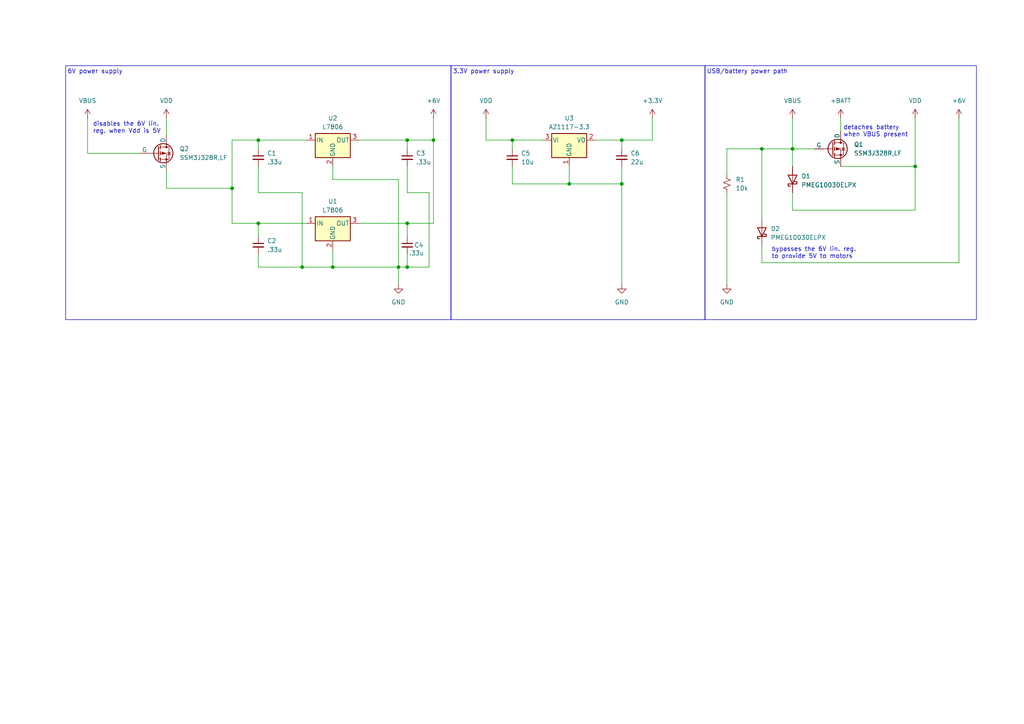
<source format=kicad_sch>
(kicad_sch (version 20250114) (generator "eeschema") (generator_version "9.0")
  (paper "A4")
  (title_block (title "Power Subsystem") (date "2025-10-30") (rev "v2") (company "Team 6.7 MHz"))
  (lib_symbols
    (symbol "Device:C_Small" (pin_numbers (hide yes)) (pin_names (offset 0.254) (hide yes))
      (property "Reference" "C" (at 0.254 1.778 0))
      (property "Value" "C_Small" (at 0.254 -2.032 0))
      (symbol "C_Small_0_1"
        (polyline (pts (xy -1.524 0.508) (xy 1.524 0.508)) (stroke (width 0.3048)))
        (polyline (pts (xy -1.524 -0.508) (xy 1.524 -0.508)) (stroke (width 0.3302)))
      )
      (symbol "C_Small_1_1"
        (pin passive line (at 0 2.54 270) (length 2.032) (name "~") (number "1"))
        (pin passive line (at 0 -2.54 90) (length 2.032) (name "~") (number "2"))
      )
    )
    (symbol "Device:D_Schottky" (pin_numbers (hide yes)) (pin_names (offset 1.016) (hide yes))
      (property "Reference" "D" (at 0 2.54 0))
      (property "Value" "D_Schottky" (at 0 -2.54 0))
      (symbol "D_Schottky_0_1"
        (polyline (pts (xy -1.905 0.635) (xy -1.905 1.27) (xy -1.27 1.27) (xy -1.27 -1.27) (xy -0.635 -1.27) (xy -0.635 -0.635)) (stroke (width 0.254)))
        (polyline (pts (xy 1.27 1.27) (xy 1.27 -1.27) (xy -1.27 0) (xy 1.27 1.27)) (stroke (width 0.254)))
        (polyline (pts (xy 1.27 0) (xy -1.27 0)))
      )
      (symbol "D_Schottky_1_1"
        (pin passive line (at -3.81 0 0) (length 2.54) (name "K") (number "1"))
        (pin passive line (at 3.81 0 180) (length 2.54) (name "A") (number "2"))
      )
    )
    (symbol "Device:R_Small_US" (pin_numbers (hide yes)) (pin_names (offset 0.254) (hide yes))
      (property "Reference" "R" (at 0.762 0.508 0))
      (property "Value" "R_Small_US" (at 0.762 -1.016 0))
      (symbol "R_Small_US_1_1"
        (polyline (pts (xy 0 1.524) (xy 1.016 1.143) (xy 0 0.762) (xy -1.016 0.381) (xy 0 0)))
        (polyline (pts (xy 0 0) (xy 1.016 -0.381) (xy 0 -0.762) (xy -1.016 -1.143) (xy 0 -1.524)))
        (pin passive line (at 0 2.54 270) (length 1.016) (name "~") (number "1"))
        (pin passive line (at 0 -2.54 90) (length 1.016) (name "~") (number "2"))
      )
    )
    (symbol "Regulator_Linear:AZ1117-3.3" (pin_names (offset 0.254))
      (property "Reference" "U" (at -3.81 3.175 0))
      (property "Value" "AZ1117-3.3" (at 0 3.175 0))
      (symbol "AZ1117-3.3_0_1"
        (rectangle (start -5.08 1.905) (end 5.08 -5.08) (stroke (width 0.254)) (fill (type background)))
      )
      (symbol "AZ1117-3.3_1_1"
        (pin power_in line (at -7.62 0 0) (length 2.54) (name "VI") (number "3"))
        (pin power_in line (at 0 -7.62 90) (length 2.54) (name "GND") (number "1"))
        (pin power_out line (at 7.62 0 180) (length 2.54) (name "VO") (number "2"))
      )
    )
    (symbol "Regulator_Linear:L7806" (pin_names (offset 0.254))
      (property "Reference" "U" (at -3.81 3.175 0))
      (property "Value" "L7806" (at 0 3.175 0))
      (symbol "L7806_0_1"
        (rectangle (start -5.08 1.905) (end 5.08 -5.08) (stroke (width 0.254)) (fill (type background)))
      )
      (symbol "L7806_1_1"
        (pin power_in line (at -7.62 0 0) (length 2.54) (name "IN") (number "1"))
        (pin power_in line (at 0 -7.62 90) (length 2.54) (name "GND") (number "2"))
        (pin power_out line (at 7.62 0 180) (length 2.54) (name "OUT") (number "3"))
      )
    )
    (symbol "Simulation_SPICE:PMOS" (pin_numbers (hide yes)) (pin_names (offset 0))
      (property "Reference" "Q" (at 5.08 1.27 0))
      (property "Value" "PMOS" (at 5.08 -1.27 0))
      (symbol "PMOS_0_1"
        (polyline (pts (xy 0.254 1.905) (xy 0.254 -1.905)) (stroke (width 0.254)))
        (polyline (pts (xy 0.254 0) (xy -2.54 0)))
        (polyline (pts (xy 0.762 2.286) (xy 0.762 1.27)) (stroke (width 0.254)))
        (polyline (pts (xy 0.762 1.778) (xy 3.302 1.778) (xy 3.302 -1.778) (xy 0.762 -1.778)))
        (polyline (pts (xy 0.762 0.508) (xy 0.762 -0.508)) (stroke (width 0.254)))
        (polyline (pts (xy 0.762 -1.27) (xy 0.762 -2.286)) (stroke (width 0.254)))
        (circle (center 1.651 0) (radius 2.794) (stroke (width 0.254)))
        (polyline (pts (xy 2.286 0) (xy 1.27 0.381) (xy 1.27 -0.381) (xy 2.286 0)) (fill (type outline)))
        (polyline (pts (xy 2.54 2.54) (xy 2.54 1.778)))
        (circle (center 2.54 1.778) (radius 0.254) (fill (type outline)))
        (circle (center 2.54 -1.778) (radius 0.254) (fill (type outline)))
        (polyline (pts (xy 2.54 -2.54) (xy 2.54 0) (xy 0.762 0)))
        (polyline (pts (xy 2.794 -0.508) (xy 2.921 -0.381) (xy 3.683 -0.381) (xy 3.81 -0.254)))
        (polyline (pts (xy 3.302 -0.381) (xy 2.921 0.254) (xy 3.683 0.254) (xy 3.302 -0.381)))
      )
      (symbol "PMOS_1_1"
        (pin input line (at -5.08 0 0) (length 2.54) (name "G") (number "2"))
        (pin passive line (at 2.54 5.08 270) (length 2.54) (name "D") (number "1"))
        (pin passive line (at 2.54 -5.08 90) (length 2.54) (name "S") (number "3"))
      )
    )
    (symbol "power:+3.3V" (power) (pin_numbers (hide yes)) (pin_names (offset 0) (hide yes))
      (property "Value" "+3.3V" (at 0 3.556 0))
      (symbol "+3.3V_0_1"
        (polyline (pts (xy -0.762 1.27) (xy 0 2.54)))
        (polyline (pts (xy 0 2.54) (xy 0.762 1.27)))
        (polyline (pts (xy 0 0) (xy 0 2.54)))
      )
      (symbol "+3.3V_1_1"
        (pin power_in line (at 0 0 90) (length 0) (name "~") (number "1"))
      )
    )
    (symbol "power:+6V" (power) (pin_numbers (hide yes)) (pin_names (offset 0) (hide yes))
      (property "Value" "+6V" (at 0 3.556 0))
      (symbol "+6V_0_1"
        (polyline (pts (xy -0.762 1.27) (xy 0 2.54)))
        (polyline (pts (xy 0 2.54) (xy 0.762 1.27)))
        (polyline (pts (xy 0 0) (xy 0 2.54)))
      )
      (symbol "+6V_1_1"
        (pin power_in line (at 0 0 90) (length 0) (name "~") (number "1"))
      )
    )
    (symbol "power:+BATT" (power) (pin_numbers (hide yes)) (pin_names (offset 0) (hide yes))
      (property "Value" "+BATT" (at 0 3.556 0))
      (symbol "+BATT_0_1"
        (polyline (pts (xy -0.762 1.27) (xy 0 2.54)))
        (polyline (pts (xy 0 2.54) (xy 0.762 1.27)))
        (polyline (pts (xy 0 0) (xy 0 2.54)))
      )
      (symbol "+BATT_1_1"
        (pin power_in line (at 0 0 90) (length 0) (name "~") (number "1"))
      )
    )
    (symbol "power:GND" (power) (pin_numbers (hide yes)) (pin_names (offset 0) (hide yes))
      (property "Value" "GND" (at 0 -3.81 0))
      (symbol "GND_0_1"
        (polyline (pts (xy 0 0) (xy 0 -1.27) (xy 1.27 -1.27) (xy 0 -2.54) (xy -1.27 -1.27) (xy 0 -1.27)))
      )
      (symbol "GND_1_1"
        (pin power_in line (at 0 0 270) (length 0) (name "~") (number "1"))
      )
    )
    (symbol "power:VBUS" (power) (pin_numbers (hide yes)) (pin_names (offset 0) (hide yes))
      (property "Value" "VBUS" (at 0 3.556 0))
      (symbol "VBUS_0_1"
        (polyline (pts (xy -0.762 1.27) (xy 0 2.54)))
        (polyline (pts (xy 0 2.54) (xy 0.762 1.27)))
        (polyline (pts (xy 0 0) (xy 0 2.54)))
      )
      (symbol "VBUS_1_1"
        (pin power_in line (at 0 0 90) (length 0) (name "~") (number "1"))
      )
    )
    (symbol "power:VDD" (power) (pin_numbers (hide yes)) (pin_names (offset 0) (hide yes))
      (property "Value" "VDD" (at 0 3.556 0))
      (symbol "VDD_0_1"
        (polyline (pts (xy -0.762 1.27) (xy 0 2.54)))
        (polyline (pts (xy 0 2.54) (xy 0.762 1.27)))
        (polyline (pts (xy 0 0) (xy 0 2.54)))
      )
      (symbol "VDD_1_1"
        (pin power_in line (at 0 0 90) (length 0) (name "~") (number "1"))
      )
    )
  )
  (rectangle (start 130.81 19.05) (end 204.47 92.71))
  (rectangle (start 19.05 19.05) (end 130.81 92.71))
  (rectangle (start 204.47 19.05) (end 283.21 92.71))
  (text "3.3V power supply\n" (at 131.318 20.828 0) (effects (font (size 1.27 1.27)) (justify left)))
  (text "detaches battery\nwhen VBUS present" (at 244.602 38.1 0) (effects (font (size 1.27 1.27)) (justify left)))
  (text "USB/battery power path" (at 204.978 20.828 0) (effects (font (size 1.27 1.27)) (justify left)))
  (text "disables the 6V lin. \nreg. when Vdd is 5V" (at 26.924 37.084 0) (effects (font (size 1.27 1.27)) (justify left)))
  (text "bypasses the 6V lin. reg.\nto provide 5V to motors" (at 223.774 73.406 0) (effects (font (size 1.27 1.27)) (justify left)))
  (text "6V power supply" (at 19.558 20.828 0) (effects (font (size 1.27 1.27)) (justify left)))
  (junction (at 118.11 77.47))
  (junction (at 180.34 53.34))
  (junction (at 125.73 40.64))
  (junction (at 118.11 64.77))
  (junction (at 96.52 77.47))
  (junction (at 265.43 48.26))
  (junction (at 229.87 43.18))
  (junction (at 180.34 40.64))
  (junction (at 87.63 77.47))
  (junction (at 74.93 40.64))
  (junction (at 115.57 77.47))
  (junction (at 148.59 40.64))
  (junction (at 74.93 64.77))
  (junction (at 220.98 43.18))
  (junction (at 118.11 40.64))
  (junction (at 165.1 53.34))
  (junction (at 67.31 54.61))
  (wire (pts (xy 180.34 48.26) (xy 180.34 53.34)))
  (wire (pts (xy 87.63 77.47) (xy 96.52 77.47)))
  (wire (pts (xy 118.11 64.77) (xy 125.73 64.77)))
  (wire (pts (xy 172.72 40.64) (xy 180.34 40.64)))
  (wire (pts (xy 210.82 43.18) (xy 210.82 50.8)))
  (wire (pts (xy 180.34 40.64) (xy 189.23 40.64)))
  (wire (pts (xy 74.93 55.88) (xy 87.63 55.88)))
  (wire (pts (xy 229.87 60.96) (xy 265.43 60.96)))
  (wire (pts (xy 118.11 77.47) (xy 115.57 77.47)))
  (wire (pts (xy 148.59 53.34) (xy 148.59 48.26)))
  (wire (pts (xy 189.23 34.29) (xy 189.23 40.64)))
  (wire (pts (xy 118.11 55.88) (xy 124.46 55.88)))
  (wire (pts (xy 118.11 73.66) (xy 118.11 77.47)))
  (wire (pts (xy 243.84 48.26) (xy 265.43 48.26)))
  (wire (pts (xy 118.11 48.26) (xy 118.11 55.88)))
  (wire (pts (xy 124.46 77.47) (xy 118.11 77.47)))
  (wire (pts (xy 74.93 77.47) (xy 87.63 77.47)))
  (wire (pts (xy 125.73 40.64) (xy 118.11 40.64)))
  (wire (pts (xy 87.63 55.88) (xy 87.63 77.47)))
  (wire (pts (xy 88.9 64.77) (xy 74.93 64.77)))
  (wire (pts (xy 229.87 55.88) (xy 229.87 60.96)))
  (wire (pts (xy 104.14 64.77) (xy 118.11 64.77)))
  (wire (pts (xy 165.1 53.34) (xy 148.59 53.34)))
  (wire (pts (xy 236.22 43.18) (xy 229.87 43.18)))
  (wire (pts (xy 74.93 64.77) (xy 74.93 68.58)))
  (wire (pts (xy 220.98 76.2) (xy 278.13 76.2)))
  (wire (pts (xy 148.59 40.64) (xy 148.59 43.18)))
  (wire (pts (xy 96.52 72.39) (xy 96.52 77.47)))
  (wire (pts (xy 74.93 48.26) (xy 74.93 55.88)))
  (wire (pts (xy 96.52 77.47) (xy 115.57 77.47)))
  (wire (pts (xy 148.59 40.64) (xy 140.97 40.64)))
  (wire (pts (xy 157.48 40.64) (xy 148.59 40.64)))
  (wire (pts (xy 220.98 43.18) (xy 210.82 43.18)))
  (wire (pts (xy 74.93 40.64) (xy 88.9 40.64)))
  (wire (pts (xy 115.57 52.07) (xy 115.57 77.47)))
  (wire (pts (xy 67.31 54.61) (xy 67.31 40.64)))
  (wire (pts (xy 180.34 53.34) (xy 165.1 53.34)))
  (wire (pts (xy 48.26 34.29) (xy 48.26 39.37)))
  (wire (pts (xy 118.11 64.77) (xy 118.11 68.58)))
  (wire (pts (xy 96.52 48.26) (xy 96.52 52.07)))
  (wire (pts (xy 165.1 48.26) (xy 165.1 53.34)))
  (wire (pts (xy 48.26 54.61) (xy 67.31 54.61)))
  (wire (pts (xy 74.93 64.77) (xy 67.31 64.77)))
  (wire (pts (xy 115.57 77.47) (xy 115.57 82.55)))
  (wire (pts (xy 124.46 55.88) (xy 124.46 77.47)))
  (wire (pts (xy 74.93 73.66) (xy 74.93 77.47)))
  (wire (pts (xy 125.73 64.77) (xy 125.73 40.64)))
  (wire (pts (xy 25.4 34.29) (xy 25.4 44.45)))
  (wire (pts (xy 243.84 34.29) (xy 243.84 38.1)))
  (wire (pts (xy 229.87 43.18) (xy 229.87 34.29)))
  (wire (pts (xy 118.11 40.64) (xy 104.14 40.64)))
  (wire (pts (xy 125.73 34.29) (xy 125.73 40.64)))
  (wire (pts (xy 220.98 71.12) (xy 220.98 76.2)))
  (wire (pts (xy 180.34 53.34) (xy 180.34 82.55)))
  (wire (pts (xy 210.82 55.88) (xy 210.82 82.55)))
  (wire (pts (xy 74.93 40.64) (xy 74.93 43.18)))
  (wire (pts (xy 25.4 44.45) (xy 40.64 44.45)))
  (wire (pts (xy 180.34 40.64) (xy 180.34 43.18)))
  (wire (pts (xy 140.97 34.29) (xy 140.97 40.64)))
  (wire (pts (xy 278.13 34.29) (xy 278.13 76.2)))
  (wire (pts (xy 229.87 43.18) (xy 229.87 48.26)))
  (wire (pts (xy 67.31 40.64) (xy 74.93 40.64)))
  (wire (pts (xy 96.52 52.07) (xy 115.57 52.07)))
  (wire (pts (xy 118.11 40.64) (xy 118.11 43.18)))
  (wire (pts (xy 67.31 64.77) (xy 67.31 54.61)))
  (wire (pts (xy 48.26 49.53) (xy 48.26 54.61)))
  (wire (pts (xy 220.98 43.18) (xy 220.98 63.5)))
  (wire (pts (xy 265.43 48.26) (xy 265.43 34.29)))
  (wire (pts (xy 229.87 43.18) (xy 220.98 43.18)))
  (wire (pts (xy 265.43 60.96) (xy 265.43 48.26)))
  (symbol (lib_id "power:+6V") (at 125.73 34.29 0) (unit 1)
    (property "Reference" "#PWR02" (effects (hide yes)))
    (property "Value" "+6V" (at 125.73 29.21 0))
    (property "Description" "Power symbol creates a global label with name \"+6V\"" (effects (hide yes)))
  )
  (symbol (lib_id "power:+3.3V") (at 189.23 34.29 0) (unit 1)
    (property "Reference" "#PWR05" (effects (hide yes)))
    (property "Value" "+3.3V" (at 189.23 29.21 0))
    (property "Description" "Power symbol creates a global label with name \"+3.3V\"" (effects (hide yes)))
  )
  (symbol (lib_id "Device:C_Small") (at 118.11 45.72 0) (unit 1)
    (property "Reference" "C3" (at 120.65 44.4562 0) (effects (justify left)))
    (property "Value" ".33u" (at 120.65 46.9962 0) (effects (justify left)))
    (property "Footprint" "Capacitor_SMD:C_1206_3216Metric" (effects (hide yes)))
    (property "Description" "Unpolarized capacitor, small symbol" (effects (hide yes)))
  )
  (symbol (lib_id "Regulator_Linear:L7806") (at 96.52 64.77 0) (unit 1)
    (property "Reference" "U1" (at 96.52 58.42 0))
    (property "Value" "L7806" (at 96.52 60.96 0))
    (property "Footprint" "Package_TO_SOT_SMD:TO-263-2" (effects (hide yes)))
    (property "Datasheet" "http://www.st.com/content/ccc/resource/technical/document/datasheet/41/4f/b3/b0/12/d4/47/88/CD00000444.pdf/files/CD00000444.pdf/jcr:content/translations/en.CD00000444.pdf" (effects (hide yes)))
    (property "Description" "Positive 1.5A 35V Linear Regulator, Fixed Output 6V, TO-220/TO-263/TO-252" (effects (hide yes)))
  )
  (symbol (lib_id "power:GND") (at 180.34 82.55 0) (unit 1)
    (property "Reference" "#PWR06" (effects (hide yes)))
    (property "Value" "GND" (at 180.34 87.63 0))
    (property "Description" "Power symbol creates a global label with name \"GND\" , ground" (effects (hide yes)))
  )
  (symbol (lib_id "Device:D_Schottky") (at 220.98 67.31 90) (unit 1)
    (property "Reference" "D2" (at 223.52 66.3574 90) (effects (justify right)))
    (property "Value" "PMEG10030ELPX" (at 223.52 68.8974 90) (effects (justify right)))
    (property "Footprint" "Diode_SMD:D_SOD-128" (effects (hide yes)))
    (property "Description" "Schottky diode" (effects (hide yes)))
  )
  (symbol (lib_id "power:VDD") (at 265.43 34.29 0) (unit 1)
    (property "Reference" "#PWR04" (effects (hide yes)))
    (property "Value" "VDD" (at 265.43 29.21 0))
    (property "Description" "Power symbol creates a global label with name \"VDD\"" (effects (hide yes)))
  )
  (symbol (lib_id "power:GND") (at 210.82 82.55 0) (unit 1)
    (property "Reference" "#PWR010" (effects (hide yes)))
    (property "Value" "GND" (at 210.82 87.63 0))
    (property "Description" "Power symbol creates a global label with name \"GND\" , ground" (effects (hide yes)))
  )
  (symbol (lib_id "power:VDD") (at 140.97 34.29 0) (unit 1)
    (property "Reference" "#PWR03" (effects (hide yes)))
    (property "Value" "VDD" (at 140.97 29.21 0))
    (property "Description" "Power symbol creates a global label with name \"VDD\"" (effects (hide yes)))
  )
  (symbol (lib_id "Regulator_Linear:AZ1117-3.3") (at 165.1 40.64 0) (unit 1)
    (property "Reference" "U3" (at 165.1 34.29 0))
    (property "Value" "AZ1117-3.3" (at 165.1 36.83 0))
    (property "Footprint" "Package_TO_SOT_SMD:SOT-223-3_TabPin2" (effects (hide yes)))
    (property "Datasheet" "https://www.diodes.com/assets/Datasheets/AZ1117.pdf" (effects (hide yes)))
    (property "Description" "1A 20V Fixed LDO Linear Regulator, 3.3V, SOT-89/SOT-223/TO-220/TO-252/TO-263" (effects (hide yes)))
  )
  (symbol (lib_id "Simulation_SPICE:PMOS") (at 241.3 43.18 0) (unit 1)
    (property "Reference" "Q1" (at 247.65 41.9099 0) (effects (justify left)))
    (property "Value" "SSM3J328R,LF" (at 247.65 44.4499 0) (effects (justify left)))
    (property "Footprint" "Package_TO_SOT_SMD:SOT-23" (effects (hide yes)))
    (property "Datasheet" "https://ngspice.sourceforge.io/docs/ngspice-html-manual/manual.xhtml#cha_MOSFETs" (effects (hide yes)))
    (property "Description" "P-MOSFET transistor, drain/source/gate" (effects (hide yes)))
    (property "Sim.Device" "PMOS" (effects (hide yes)))
    (property "Sim.Type" "VDMOS" (effects (hide yes)))
    (property "Sim.Pins" "1=D 2=G 3=S" (effects (hide yes)))
  )
  (symbol (lib_id "power:+6V") (at 278.13 34.29 0) (unit 1)
    (property "Reference" "#PWR011" (effects (hide yes)))
    (property "Value" "+6V" (at 278.13 29.21 0))
    (property "Description" "Power symbol creates a global label with name \"+6V\"" (effects (hide yes)))
  )
  (symbol (lib_id "Device:C_Small") (at 118.11 71.12 0) (unit 1)
    (property "Reference" "C4" (at 120.142 71.12 0) (effects (justify left)))
    (property "Value" ".33u" (at 118.618 73.406 0) (effects (justify left)))
    (property "Footprint" "Capacitor_SMD:C_1206_3216Metric" (effects (hide yes)))
    (property "Description" "Unpolarized capacitor, small symbol" (effects (hide yes)))
  )
  (symbol (lib_id "Simulation_SPICE:PMOS") (at 45.72 44.45 0) (unit 1)
    (property "Reference" "Q2" (at 52.07 43.1799 0) (effects (justify left)))
    (property "Value" "SSM3J328R,LF" (at 52.07 45.7199 0) (effects (justify left)))
    (property "Footprint" "Package_TO_SOT_SMD:SOT-23" (effects (hide yes)))
    (property "Datasheet" "https://ngspice.sourceforge.io/docs/ngspice-html-manual/manual.xhtml#cha_MOSFETs" (effects (hide yes)))
    (property "Description" "P-MOSFET transistor, drain/source/gate" (effects (hide yes)))
    (property "Sim.Device" "PMOS" (effects (hide yes)))
    (property "Sim.Type" "VDMOS" (effects (hide yes)))
    (property "Sim.Pins" "1=D 2=G 3=S" (effects (hide yes)))
  )
  (symbol (lib_id "Device:C_Small") (at 74.93 45.72 0) (unit 1)
    (property "Reference" "C1" (at 77.47 44.4562 0) (effects (justify left)))
    (property "Value" ".33u" (at 77.47 46.9962 0) (effects (justify left)))
    (property "Footprint" "Capacitor_SMD:C_1206_3216Metric" (effects (hide yes)))
    (property "Description" "Unpolarized capacitor, small symbol" (effects (hide yes)))
  )
  (symbol (lib_id "Regulator_Linear:L7806") (at 96.52 40.64 0) (unit 1)
    (property "Reference" "U2" (at 96.52 34.29 0))
    (property "Value" "L7806" (at 96.52 36.83 0))
    (property "Footprint" "Package_TO_SOT_SMD:TO-263-2" (effects (hide yes)))
    (property "Datasheet" "http://www.st.com/content/ccc/resource/technical/document/datasheet/41/4f/b3/b0/12/d4/47/88/CD00000444.pdf/files/CD00000444.pdf/jcr:content/translations/en.CD00000444.pdf" (effects (hide yes)))
    (property "Description" "Positive 1.5A 35V Linear Regulator, Fixed Output 6V, TO-220/TO-263/TO-252" (effects (hide yes)))
  )
  (symbol (lib_id "Device:D_Schottky") (at 229.87 52.07 90) (unit 1)
    (property "Reference" "D1" (at 232.41 51.1174 90) (effects (justify right)))
    (property "Value" "PMEG10030ELPX" (at 232.41 53.6574 90) (effects (justify right)))
    (property "Footprint" "Diode_SMD:D_SOD-128" (effects (hide yes)))
    (property "Description" "Schottky diode" (effects (hide yes)))
  )
  (symbol (lib_id "power:VBUS") (at 229.87 34.29 0) (unit 1)
    (property "Reference" "#PWR09" (effects (hide yes)))
    (property "Value" "VBUS" (at 229.87 29.21 0))
    (property "Description" "Power symbol creates a global label with name \"VBUS\"" (effects (hide yes)))
  )
  (symbol (lib_id "power:GND") (at 115.57 82.55 0) (unit 1)
    (property "Reference" "#PWR01" (effects (hide yes)))
    (property "Value" "GND" (at 115.57 87.63 0))
    (property "Description" "Power symbol creates a global label with name \"GND\" , ground" (effects (hide yes)))
  )
  (symbol (lib_id "Device:R_Small_US") (at 210.82 53.34 0) (unit 1)
    (property "Reference" "R1" (at 213.36 52.0699 0) (effects (justify left)))
    (property "Value" "10k" (at 213.36 54.6099 0) (effects (justify left)))
    (property "Footprint" "Resistor_SMD:R_1206_3216Metric" (effects (hide yes)))
    (property "Description" "Resistor, small US symbol" (effects (hide yes)))
  )
  (symbol (lib_id "Device:C_Small") (at 74.93 71.12 0) (unit 1)
    (property "Reference" "C2" (at 77.47 69.8562 0) (effects (justify left)))
    (property "Value" ".33u" (at 77.47 72.3962 0) (effects (justify left)))
    (property "Footprint" "Capacitor_SMD:C_1206_3216Metric" (effects (hide yes)))
    (property "Description" "Unpolarized capacitor, small symbol" (effects (hide yes)))
  )
  (symbol (lib_id "Device:C_Small") (at 148.59 45.72 0) (unit 1)
    (property "Reference" "C5" (at 151.13 44.4562 0) (effects (justify left)))
    (property "Value" "10u" (at 151.13 46.9962 0) (effects (justify left)))
    (property "Footprint" "Capacitor_SMD:C_1206_3216Metric" (effects (hide yes)))
    (property "Description" "Unpolarized capacitor, small symbol" (effects (hide yes)))
  )
  (symbol (lib_id "power:VBUS") (at 25.4 34.29 0) (unit 1)
    (property "Reference" "#PWR013" (effects (hide yes)))
    (property "Value" "VBUS" (at 25.4 29.21 0))
    (property "Description" "Power symbol creates a global label with name \"VBUS\"" (effects (hide yes)))
  )
  (symbol (lib_id "power:VDD") (at 48.26 34.29 0) (unit 1)
    (property "Reference" "#PWR07" (effects (hide yes)))
    (property "Value" "VDD" (at 48.26 29.21 0))
    (property "Description" "Power symbol creates a global label with name \"VDD\"" (effects (hide yes)))
  )
  (symbol (lib_id "power:+BATT") (at 243.84 34.29 0) (unit 1)
    (property "Reference" "#PWR08" (effects (hide yes)))
    (property "Value" "+BATT" (at 243.84 29.21 0))
    (property "Description" "Power symbol creates a global label with name \"+BATT\"" (effects (hide yes)))
  )
  (symbol (lib_id "Device:C_Small") (at 180.34 45.72 0) (unit 1)
    (property "Reference" "C6" (at 182.88 44.4562 0) (effects (justify left)))
    (property "Value" "22u" (at 182.88 46.9962 0) (effects (justify left)))
    (property "Footprint" "Capacitor_SMD:C_1206_3216Metric" (effects (hide yes)))
    (property "Description" "Unpolarized capacitor, small symbol" (effects (hide yes)))
  )
)
</source>
